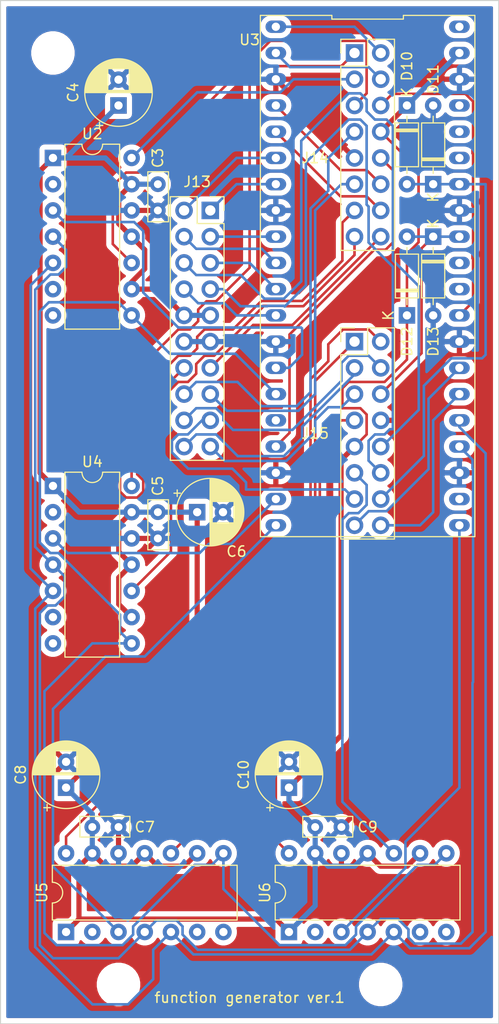
<source format=kicad_pcb>
(kicad_pcb (version 20171130) (host pcbnew "(5.1.8-0-10_14)")
  (layers (0 F.Cu signal) (31 B.Cu signal) (34 B.Paste user) (35 F.Paste user) (36 B.SilkS user) (37 F.SilkS user) (38 B.Mask user) (39 F.Mask user) (44 Edge.Cuts user))
  (net 0 "")
  (net 1 +3V3)
  (net 2 "/RPi and DACs/cv2")
  (net 3 GND)
  (net 4 "/RPi and DACs/cv1")
  (net 5 "/RPi and DACs/display_scl")
  (net 6 "/RPi and DACs/display_sda")
  (net 7 "/RPi and DACs/RE2")
  (net 8 "/RPi and DACs/RE1")
  (net 9 "/RPi and DACs/button")
  (net 10 "/RPi and DACs/cv_1_in")
  (net 11 "/RPi and DACs/cv_2_in")
  (net 12 "/RPi and DACs/clock")
  (net 13 "/RPi and DACs/out_4")
  (net 14 "/RPi and DACs/out_1")
  (net 15 "/RPi and DACs/out_3")
  (net 16 "/RPi and DACs/out_2")
  (net 17 "/RPi and DACs/out_8")
  (net 18 "/RPi and DACs/out_5")
  (net 19 "/RPi and DACs/out_7")
  (net 20 "/RPi and DACs/out_6")
  (net 21 "/RPi and DACs/polarity_1")
  (net 22 "/RPi and DACs/dac_1_a")
  (net 23 "/RPi and DACs/dac_1_b")
  (net 24 "/RPi and DACs/dac_2_b")
  (net 25 "/RPi and DACs/polarity_2")
  (net 26 "/RPi and DACs/polarity_4")
  (net 27 "/RPi and DACs/dac_2_a")
  (net 28 "/RPi and DACs/polarity_3")
  (net 29 "/RPi and DACs/dac_3_a")
  (net 30 "/RPi and DACs/polarity_5")
  (net 31 "/RPi and DACs/dac_3_b")
  (net 32 "/RPi and DACs/polarity_6")
  (net 33 "/RPi and DACs/dac_4_a")
  (net 34 "/RPi and DACs/polarity_8")
  (net 35 "/RPi and DACs/polarity_7")
  (net 36 "/RPi and DACs/dac_4_b")
  (net 37 "/RPi and DACs/latch")
  (net 38 "Net-(U2-Pad2)")
  (net 39 "/RPi and DACs/da_cs_1")
  (net 40 "/RPi and DACs/spi_ck")
  (net 41 "/RPi and DACs/spi_mosi")
  (net 42 "Net-(U2-Pad6)")
  (net 43 "Net-(U2-Pad7)")
  (net 44 "Net-(U3-Pad40)")
  (net 45 "Net-(U3-Pad37)")
  (net 46 "Net-(U3-Pad36)")
  (net 47 "Net-(U3-Pad35)")
  (net 48 "Net-(U3-Pad31)")
  (net 49 "Net-(U3-Pad30)")
  (net 50 "/RPi and DACs/da_cs_2")
  (net 51 "/RPi and DACs/da_cs_3")
  (net 52 "/RPi and DACs/da_cs_4")
  (net 53 "Net-(U4-Pad7)")
  (net 54 "Net-(U4-Pad6)")
  (net 55 "Net-(U4-Pad2)")
  (net 56 "Net-(U5-Pad2)")
  (net 57 "Net-(U5-Pad6)")
  (net 58 "Net-(U5-Pad7)")
  (net 59 "Net-(U6-Pad7)")
  (net 60 "Net-(U6-Pad6)")
  (net 61 "Net-(U6-Pad2)")
  (net 62 "Net-(U3-Pad16)")
  (net 63 "Net-(U3-Pad22)")
  (module Package_DIP:DIP-14_W7.62mm (layer F.Cu) (at 82.55 140.97 90)
    (fp_text reference U5 (at 3.81 -2.33 90) (layer F.SilkS))
    (fp_text value MCP4922)
    (pad 1 thru_hole rect (at 0 0 90) (size 1.6 1.6) (drill 0.8) (layers *.Cu *.Mask) (net 1 +3V3))
    (pad 8 thru_hole oval (at 7.62 15.24 90) (size 1.6 1.6) (drill 0.8) (layers *.Cu *.Mask) (net 37 "/RPi and DACs/latch"))
    (pad 2 thru_hole oval (at 0 2.54 90) (size 1.6 1.6) (drill 0.8) (layers *.Cu *.Mask) (net 56 "Net-(U5-Pad2)"))
    (pad 9 thru_hole oval (at 7.62 12.7 90) (size 1.6 1.6) (drill 0.8) (layers *.Cu *.Mask) (net 1 +3V3))
    (pad 3 thru_hole oval (at 0 5.08 90) (size 1.6 1.6) (drill 0.8) (layers *.Cu *.Mask) (net 51 "/RPi and DACs/da_cs_3"))
    (pad 10 thru_hole oval (at 7.62 10.16 90) (size 1.6 1.6) (drill 0.8) (layers *.Cu *.Mask) (net 31 "/RPi and DACs/dac_3_b"))
    (pad 4 thru_hole oval (at 0 7.62 90) (size 1.6 1.6) (drill 0.8) (layers *.Cu *.Mask) (net 40 "/RPi and DACs/spi_ck"))
    (pad 11 thru_hole oval (at 7.62 7.62 90) (size 1.6 1.6) (drill 0.8) (layers *.Cu *.Mask) (net 1 +3V3))
    (pad 5 thru_hole oval (at 0 10.16 90) (size 1.6 1.6) (drill 0.8) (layers *.Cu *.Mask) (net 41 "/RPi and DACs/spi_mosi"))
    (pad 12 thru_hole oval (at 7.62 5.08 90) (size 1.6 1.6) (drill 0.8) (layers *.Cu *.Mask) (net 3 GND))
    (pad 6 thru_hole oval (at 0 12.7 90) (size 1.6 1.6) (drill 0.8) (layers *.Cu *.Mask) (net 57 "Net-(U5-Pad6)"))
    (pad 13 thru_hole oval (at 7.62 2.54 90) (size 1.6 1.6) (drill 0.8) (layers *.Cu *.Mask) (net 1 +3V3))
    (pad 7 thru_hole oval (at 0 15.24 90) (size 1.6 1.6) (drill 0.8) (layers *.Cu *.Mask) (net 58 "Net-(U5-Pad7)"))
    (pad 14 thru_hole oval (at 7.62 0 90) (size 1.6 1.6) (drill 0.8) (layers *.Cu *.Mask) (net 29 "/RPi and DACs/dac_3_a"))
  )
  (module MountingHole:MountingHole_3.2mm_M3 (layer F.Cu) (at 113.03 146.05)
    (fp_text reference REF** hide)
    (fp_text value MountingHole_3.2mm_M3 hide)
    (pad 1 np_thru_hole circle (at 0 0) (size 3.2 3.2) (drill 3.2) (layers *.Cu *.Mask))
  )
  (module MountingHole:MountingHole_3.2mm_M3 (layer F.Cu) (at 87.63 146.05)
    (fp_text reference REF** hide)
    (fp_text value MountingHole_3.2mm_M3 hide)
    (pad 1 np_thru_hole circle (at 0 0) (size 3.2 3.2) (drill 3.2) (layers *.Cu *.Mask))
  )
  (module MountingHole:MountingHole_3.2mm_M3 (layer F.Cu) (at 81.28 55.88)
    (fp_text reference REF** hide)
    (fp_text value MountingHole_3.2mm_M3 hide)
    (pad 1 np_thru_hole circle (at 0 0) (size 3.2 3.2) (drill 3.2) (layers *.Cu *.Mask))
  )
  (module Connector_PinSocket_2.54mm:PinSocket_2x10_P2.54mm_Vertical (layer F.Cu) (at 96.52 71.12)
    (fp_text reference J13 (at -1.27 -2.77) (layer F.SilkS))
    (fp_text value interface_to_mid)
    (pad 1 thru_hole rect (at 0 0) (size 1.7 1.7) (drill 1) (layers *.Cu *.Mask) (net 5 "/RPi and DACs/display_scl"))
    (pad 2 thru_hole oval (at -2.54 0) (size 1.7 1.7) (drill 1) (layers *.Cu *.Mask) (net 6 "/RPi and DACs/display_sda"))
    (pad 3 thru_hole oval (at 0 2.54) (size 1.7 1.7) (drill 1) (layers *.Cu *.Mask) (net 7 "/RPi and DACs/RE2"))
    (pad 4 thru_hole oval (at -2.54 2.54) (size 1.7 1.7) (drill 1) (layers *.Cu *.Mask) (net 8 "/RPi and DACs/RE1"))
    (pad 5 thru_hole oval (at 0 5.08) (size 1.7 1.7) (drill 1) (layers *.Cu *.Mask) (net 9 "/RPi and DACs/button"))
    (pad 6 thru_hole oval (at -2.54 5.08) (size 1.7 1.7) (drill 1) (layers *.Cu *.Mask) (net 10 "/RPi and DACs/cv_1_in"))
    (pad 7 thru_hole oval (at 0 7.62) (size 1.7 1.7) (drill 1) (layers *.Cu *.Mask) (net 11 "/RPi and DACs/cv_2_in"))
    (pad 8 thru_hole oval (at -2.54 7.62) (size 1.7 1.7) (drill 1) (layers *.Cu *.Mask) (net 12 "/RPi and DACs/clock"))
    (pad 9 thru_hole oval (at 0 10.16) (size 1.7 1.7) (drill 1) (layers *.Cu *.Mask) (net 1 +3V3))
    (pad 10 thru_hole oval (at -2.54 10.16) (size 1.7 1.7) (drill 1) (layers *.Cu *.Mask) (net 1 +3V3))
    (pad 11 thru_hole oval (at 0 12.7) (size 1.7 1.7) (drill 1) (layers *.Cu *.Mask) (net 3 GND))
    (pad 12 thru_hole oval (at -2.54 12.7) (size 1.7 1.7) (drill 1) (layers *.Cu *.Mask) (net 3 GND))
    (pad 13 thru_hole oval (at 0 15.24) (size 1.7 1.7) (drill 1) (layers *.Cu *.Mask) (net 13 "/RPi and DACs/out_4"))
    (pad 14 thru_hole oval (at -2.54 15.24) (size 1.7 1.7) (drill 1) (layers *.Cu *.Mask) (net 14 "/RPi and DACs/out_1"))
    (pad 15 thru_hole oval (at 0 17.78) (size 1.7 1.7) (drill 1) (layers *.Cu *.Mask) (net 15 "/RPi and DACs/out_3"))
    (pad 16 thru_hole oval (at -2.54 17.78) (size 1.7 1.7) (drill 1) (layers *.Cu *.Mask) (net 16 "/RPi and DACs/out_2"))
    (pad 17 thru_hole oval (at 0 20.32) (size 1.7 1.7) (drill 1) (layers *.Cu *.Mask) (net 17 "/RPi and DACs/out_8"))
    (pad 18 thru_hole oval (at -2.54 20.32) (size 1.7 1.7) (drill 1) (layers *.Cu *.Mask) (net 18 "/RPi and DACs/out_5"))
    (pad 19 thru_hole oval (at 0 22.86) (size 1.7 1.7) (drill 1) (layers *.Cu *.Mask) (net 19 "/RPi and DACs/out_7"))
    (pad 20 thru_hole oval (at -2.54 22.86) (size 1.7 1.7) (drill 1) (layers *.Cu *.Mask) (net 20 "/RPi and DACs/out_6"))
  )
  (module Attenuverter:C_Axial_L4.8mm_D2.0mm_P2.54mm_Horizontal (layer F.Cu) (at 91.44 68.58 270)
    (fp_text reference C3 (at -2.54 0 90) (layer F.SilkS))
    (fp_text value 0.1u)
    (pad 1 thru_hole circle (at 0 0 270) (size 1.524 1.524) (drill 0.762) (layers *.Cu *.Mask) (net 1 +3V3))
    (pad 2 thru_hole circle (at 2.54 0 270) (size 1.524 1.524) (drill 0.762) (layers *.Cu *.Mask) (net 3 GND))
  )
  (module Capacitor_THT:CP_Radial_D6.3mm_P2.50mm (layer F.Cu) (at 87.63 60.96 90)
    (fp_text reference C4 (at 1.25 -4.4 90) (layer F.SilkS))
    (fp_text value 10u)
    (pad 1 thru_hole rect (at 0 0 90) (size 1.6 1.6) (drill 0.8) (layers *.Cu *.Mask) (net 1 +3V3))
    (pad 2 thru_hole circle (at 2.5 0 90) (size 1.6 1.6) (drill 0.8) (layers *.Cu *.Mask) (net 3 GND))
  )
  (module Attenuverter:C_Axial_L4.8mm_D2.0mm_P2.54mm_Horizontal (layer F.Cu) (at 91.44 100.33 270)
    (fp_text reference C5 (at -2.54 0 90) (layer F.SilkS))
    (fp_text value 0.1u)
    (pad 2 thru_hole circle (at 2.54 0 270) (size 1.524 1.524) (drill 0.762) (layers *.Cu *.Mask) (net 3 GND))
    (pad 1 thru_hole circle (at 0 0 270) (size 1.524 1.524) (drill 0.762) (layers *.Cu *.Mask) (net 1 +3V3))
  )
  (module Capacitor_THT:CP_Radial_D6.3mm_P2.50mm (layer F.Cu) (at 95.25 100.33)
    (fp_text reference C6 (at 3.81 3.81) (layer F.SilkS))
    (fp_text value 10u)
    (pad 2 thru_hole circle (at 2.5 0) (size 1.6 1.6) (drill 0.8) (layers *.Cu *.Mask) (net 3 GND))
    (pad 1 thru_hole rect (at 0 0) (size 1.6 1.6) (drill 0.8) (layers *.Cu *.Mask) (net 1 +3V3))
  )
  (module Attenuverter:C_Axial_L4.8mm_D2.0mm_P2.54mm_Horizontal (layer F.Cu) (at 85.09 130.81)
    (fp_text reference C7 (at 5.08 0) (layer F.SilkS))
    (fp_text value 0.1u)
    (pad 1 thru_hole circle (at 0 0) (size 1.524 1.524) (drill 0.762) (layers *.Cu *.Mask) (net 1 +3V3))
    (pad 2 thru_hole circle (at 2.54 0) (size 1.524 1.524) (drill 0.762) (layers *.Cu *.Mask) (net 3 GND))
  )
  (module Capacitor_THT:CP_Radial_D6.3mm_P2.50mm (layer F.Cu) (at 82.55 127 90)
    (fp_text reference C8 (at 1.25 -4.4 90) (layer F.SilkS))
    (fp_text value 10u)
    (pad 1 thru_hole rect (at 0 0 90) (size 1.6 1.6) (drill 0.8) (layers *.Cu *.Mask) (net 1 +3V3))
    (pad 2 thru_hole circle (at 2.5 0 90) (size 1.6 1.6) (drill 0.8) (layers *.Cu *.Mask) (net 3 GND))
  )
  (module Attenuverter:C_Axial_L4.8mm_D2.0mm_P2.54mm_Horizontal (layer F.Cu) (at 106.68 130.81)
    (fp_text reference C9 (at 5.08 0) (layer F.SilkS))
    (fp_text value 0.1u)
    (pad 2 thru_hole circle (at 2.54 0) (size 1.524 1.524) (drill 0.762) (layers *.Cu *.Mask) (net 3 GND))
    (pad 1 thru_hole circle (at 0 0) (size 1.524 1.524) (drill 0.762) (layers *.Cu *.Mask) (net 1 +3V3))
  )
  (module Capacitor_THT:CP_Radial_D6.3mm_P2.50mm (layer F.Cu) (at 104.14 127 90)
    (fp_text reference C10 (at 1.25 -4.4 90) (layer F.SilkS))
    (fp_text value 10u)
    (pad 2 thru_hole circle (at 2.5 0 90) (size 1.6 1.6) (drill 0.8) (layers *.Cu *.Mask) (net 3 GND))
    (pad 1 thru_hole rect (at 0 0 90) (size 1.6 1.6) (drill 0.8) (layers *.Cu *.Mask) (net 1 +3V3))
  )
  (module Package_DIP:DIP-14_W7.62mm (layer F.Cu) (at 81.28 66.04)
    (fp_text reference U2 (at 3.81 -2.33) (layer F.SilkS))
    (fp_text value MCP4922)
    (pad 1 thru_hole rect (at 0 0) (size 1.6 1.6) (drill 0.8) (layers *.Cu *.Mask) (net 1 +3V3))
    (pad 8 thru_hole oval (at 7.62 15.24) (size 1.6 1.6) (drill 0.8) (layers *.Cu *.Mask) (net 37 "/RPi and DACs/latch"))
    (pad 2 thru_hole oval (at 0 2.54) (size 1.6 1.6) (drill 0.8) (layers *.Cu *.Mask) (net 38 "Net-(U2-Pad2)"))
    (pad 9 thru_hole oval (at 7.62 12.7) (size 1.6 1.6) (drill 0.8) (layers *.Cu *.Mask) (net 1 +3V3))
    (pad 3 thru_hole oval (at 0 5.08) (size 1.6 1.6) (drill 0.8) (layers *.Cu *.Mask) (net 39 "/RPi and DACs/da_cs_1"))
    (pad 10 thru_hole oval (at 7.62 10.16) (size 1.6 1.6) (drill 0.8) (layers *.Cu *.Mask) (net 23 "/RPi and DACs/dac_1_b"))
    (pad 4 thru_hole oval (at 0 7.62) (size 1.6 1.6) (drill 0.8) (layers *.Cu *.Mask) (net 40 "/RPi and DACs/spi_ck"))
    (pad 11 thru_hole oval (at 7.62 7.62) (size 1.6 1.6) (drill 0.8) (layers *.Cu *.Mask) (net 1 +3V3))
    (pad 5 thru_hole oval (at 0 10.16) (size 1.6 1.6) (drill 0.8) (layers *.Cu *.Mask) (net 41 "/RPi and DACs/spi_mosi"))
    (pad 12 thru_hole oval (at 7.62 5.08) (size 1.6 1.6) (drill 0.8) (layers *.Cu *.Mask) (net 3 GND))
    (pad 6 thru_hole oval (at 0 12.7) (size 1.6 1.6) (drill 0.8) (layers *.Cu *.Mask) (net 42 "Net-(U2-Pad6)"))
    (pad 13 thru_hole oval (at 7.62 2.54) (size 1.6 1.6) (drill 0.8) (layers *.Cu *.Mask) (net 1 +3V3))
    (pad 7 thru_hole oval (at 0 15.24) (size 1.6 1.6) (drill 0.8) (layers *.Cu *.Mask) (net 43 "Net-(U2-Pad7)"))
    (pad 14 thru_hole oval (at 7.62 0) (size 1.6 1.6) (drill 0.8) (layers *.Cu *.Mask) (net 22 "/RPi and DACs/dac_1_a"))
  )
  (module Attenuverter:Raspberry_Pi_pico_topside_up (layer F.Cu) (at 111.76 77.47 270)
    (fp_text reference U3 (at -22.86 11.43) (layer F.SilkS))
    (fp_text value RaspberryPi_Pico)
    (pad 40 thru_hole oval (at -24.13 -8.89 270) (size 1.2 2) (drill 0.8) (layers *.Cu *.Mask) (net 44 "Net-(U3-Pad40)"))
    (pad 1 thru_hole oval (at -24.13 8.89 270) (size 1.2 2) (drill 0.8) (layers *.Cu *.Mask) (net 21 "/RPi and DACs/polarity_1"))
    (pad 39 thru_hole oval (at -21.59 -8.89 270) (size 1.2 2) (drill 0.8) (layers *.Cu *.Mask) (net 1 +3V3))
    (pad 2 thru_hole oval (at -21.59 8.89 270) (size 1.2 2) (drill 0.8) (layers *.Cu *.Mask) (net 25 "/RPi and DACs/polarity_2"))
    (pad 38 thru_hole oval (at -19.05 -8.89 270) (size 1.2 2) (drill 0.8) (layers *.Cu *.Mask) (net 3 GND))
    (pad 3 thru_hole oval (at -19.05 8.89 270) (size 1.2 2) (drill 0.8) (layers *.Cu *.Mask) (net 3 GND))
    (pad 37 thru_hole oval (at -16.51 -8.89 270) (size 1.2 2) (drill 0.8) (layers *.Cu *.Mask) (net 45 "Net-(U3-Pad37)"))
    (pad 4 thru_hole oval (at -16.51 8.89 270) (size 1.2 2) (drill 0.8) (layers *.Cu *.Mask) (net 28 "/RPi and DACs/polarity_3"))
    (pad 36 thru_hole oval (at -13.97 -8.89 270) (size 1.2 2) (drill 0.8) (layers *.Cu *.Mask) (net 46 "Net-(U3-Pad36)"))
    (pad 5 thru_hole oval (at -13.97 8.89 270) (size 1.2 2) (drill 0.8) (layers *.Cu *.Mask) (net 26 "/RPi and DACs/polarity_4"))
    (pad 35 thru_hole oval (at -11.43 -8.89 270) (size 1.2 2) (drill 0.8) (layers *.Cu *.Mask) (net 47 "Net-(U3-Pad35)"))
    (pad 6 thru_hole oval (at -11.43 8.89 270) (size 1.2 2) (drill 0.8) (layers *.Cu *.Mask) (net 6 "/RPi and DACs/display_sda"))
    (pad 34 thru_hole oval (at -8.89 -8.89 270) (size 1.2 2) (drill 0.8) (layers *.Cu *.Mask) (net 2 "/RPi and DACs/cv2"))
    (pad 7 thru_hole oval (at -8.89 8.89 270) (size 1.2 2) (drill 0.8) (layers *.Cu *.Mask) (net 5 "/RPi and DACs/display_scl"))
    (pad 33 thru_hole oval (at -6.35 -8.89 270) (size 1.2 2) (drill 0.8) (layers *.Cu *.Mask) (net 3 GND))
    (pad 8 thru_hole oval (at -6.35 8.89 270) (size 1.2 2) (drill 0.8) (layers *.Cu *.Mask) (net 3 GND))
    (pad 32 thru_hole oval (at -3.81 -8.89 270) (size 1.2 2) (drill 0.8) (layers *.Cu *.Mask) (net 4 "/RPi and DACs/cv1"))
    (pad 9 thru_hole oval (at -3.81 8.89 270) (size 1.2 2) (drill 0.8) (layers *.Cu *.Mask) (net 7 "/RPi and DACs/RE2"))
    (pad 31 thru_hole oval (at -1.27 -8.89 270) (size 1.2 2) (drill 0.8) (layers *.Cu *.Mask) (net 48 "Net-(U3-Pad31)"))
    (pad 10 thru_hole oval (at -1.27 8.89 270) (size 1.2 2) (drill 0.8) (layers *.Cu *.Mask) (net 8 "/RPi and DACs/RE1"))
    (pad 30 thru_hole oval (at 1.27 -8.89 270) (size 1.2 2) (drill 0.8) (layers *.Cu *.Mask) (net 49 "Net-(U3-Pad30)"))
    (pad 11 thru_hole oval (at 1.27 8.89 270) (size 1.2 2) (drill 0.8) (layers *.Cu *.Mask) (net 9 "/RPi and DACs/button"))
    (pad 29 thru_hole oval (at 3.81 -8.89 270) (size 1.2 2) (drill 0.8) (layers *.Cu *.Mask) (net 30 "/RPi and DACs/polarity_5"))
    (pad 12 thru_hole oval (at 3.81 8.89 270) (size 1.2 2) (drill 0.8) (layers *.Cu *.Mask) (net 12 "/RPi and DACs/clock"))
    (pad 28 thru_hole oval (at 6.35 -8.89 270) (size 1.2 2) (drill 0.8) (layers *.Cu *.Mask) (net 3 GND))
    (pad 13 thru_hole oval (at 6.35 8.89 270) (size 1.2 2) (drill 0.8) (layers *.Cu *.Mask) (net 3 GND))
    (pad 27 thru_hole oval (at 8.89 -8.89 270) (size 1.2 2) (drill 0.8) (layers *.Cu *.Mask) (net 34 "/RPi and DACs/polarity_8"))
    (pad 14 thru_hole oval (at 8.89 8.89 270) (size 1.2 2) (drill 0.8) (layers *.Cu *.Mask) (net 39 "/RPi and DACs/da_cs_1"))
    (pad 26 thru_hole oval (at 11.43 -8.89 270) (size 1.2 2) (drill 0.8) (layers *.Cu *.Mask) (net 35 "/RPi and DACs/polarity_7"))
    (pad 15 thru_hole oval (at 11.43 8.89 270) (size 1.2 2) (drill 0.8) (layers *.Cu *.Mask) (net 37 "/RPi and DACs/latch"))
    (pad 25 thru_hole oval (at 13.97 -8.89 270) (size 1.2 2) (drill 0.8) (layers *.Cu *.Mask) (net 41 "/RPi and DACs/spi_mosi"))
    (pad 16 thru_hole oval (at 13.97 8.89 270) (size 1.2 2) (drill 0.8) (layers *.Cu *.Mask) (net 62 "Net-(U3-Pad16)"))
    (pad 24 thru_hole oval (at 16.51 -8.89 270) (size 1.2 2) (drill 0.8) (layers *.Cu *.Mask) (net 40 "/RPi and DACs/spi_ck"))
    (pad 17 thru_hole oval (at 16.51 8.89 270) (size 1.2 2) (drill 0.8) (layers *.Cu *.Mask) (net 32 "/RPi and DACs/polarity_6"))
    (pad 23 thru_hole oval (at 19.05 -8.89 270) (size 1.2 2) (drill 0.8) (layers *.Cu *.Mask) (net 3 GND))
    (pad 18 thru_hole oval (at 19.05 8.89 270) (size 1.2 2) (drill 0.8) (layers *.Cu *.Mask) (net 3 GND))
    (pad 22 thru_hole oval (at 21.59 -8.89 270) (size 1.2 2) (drill 0.8) (layers *.Cu *.Mask) (net 63 "Net-(U3-Pad22)"))
    (pad 19 thru_hole oval (at 21.59 8.89 270) (size 1.2 2) (drill 0.8) (layers *.Cu *.Mask) (net 50 "/RPi and DACs/da_cs_2"))
    (pad 21 thru_hole oval (at 24.13 -8.89 270) (size 1.2 2) (drill 0.8) (layers *.Cu *.Mask) (net 52 "/RPi and DACs/da_cs_4"))
    (pad 20 thru_hole oval (at 24.13 8.89 270) (size 1.2 2) (drill 0.8) (layers *.Cu *.Mask) (net 51 "/RPi and DACs/da_cs_3"))
  )
  (module Package_DIP:DIP-14_W7.62mm (layer F.Cu) (at 81.28 97.79)
    (fp_text reference U4 (at 3.81 -2.33) (layer F.SilkS))
    (fp_text value MCP4922)
    (pad 14 thru_hole oval (at 7.62 0) (size 1.6 1.6) (drill 0.8) (layers *.Cu *.Mask) (net 27 "/RPi and DACs/dac_2_a"))
    (pad 7 thru_hole oval (at 0 15.24) (size 1.6 1.6) (drill 0.8) (layers *.Cu *.Mask) (net 53 "Net-(U4-Pad7)"))
    (pad 13 thru_hole oval (at 7.62 2.54) (size 1.6 1.6) (drill 0.8) (layers *.Cu *.Mask) (net 1 +3V3))
    (pad 6 thru_hole oval (at 0 12.7) (size 1.6 1.6) (drill 0.8) (layers *.Cu *.Mask) (net 54 "Net-(U4-Pad6)"))
    (pad 12 thru_hole oval (at 7.62 5.08) (size 1.6 1.6) (drill 0.8) (layers *.Cu *.Mask) (net 3 GND))
    (pad 5 thru_hole oval (at 0 10.16) (size 1.6 1.6) (drill 0.8) (layers *.Cu *.Mask) (net 41 "/RPi and DACs/spi_mosi"))
    (pad 11 thru_hole oval (at 7.62 7.62) (size 1.6 1.6) (drill 0.8) (layers *.Cu *.Mask) (net 1 +3V3))
    (pad 4 thru_hole oval (at 0 7.62) (size 1.6 1.6) (drill 0.8) (layers *.Cu *.Mask) (net 40 "/RPi and DACs/spi_ck"))
    (pad 10 thru_hole oval (at 7.62 10.16) (size 1.6 1.6) (drill 0.8) (layers *.Cu *.Mask) (net 24 "/RPi and DACs/dac_2_b"))
    (pad 3 thru_hole oval (at 0 5.08) (size 1.6 1.6) (drill 0.8) (layers *.Cu *.Mask) (net 50 "/RPi and DACs/da_cs_2"))
    (pad 9 thru_hole oval (at 7.62 12.7) (size 1.6 1.6) (drill 0.8) (layers *.Cu *.Mask) (net 1 +3V3))
    (pad 2 thru_hole oval (at 0 2.54) (size 1.6 1.6) (drill 0.8) (layers *.Cu *.Mask) (net 55 "Net-(U4-Pad2)"))
    (pad 8 thru_hole oval (at 7.62 15.24) (size 1.6 1.6) (drill 0.8) (layers *.Cu *.Mask) (net 37 "/RPi and DACs/latch"))
    (pad 1 thru_hole rect (at 0 0) (size 1.6 1.6) (drill 0.8) (layers *.Cu *.Mask) (net 1 +3V3))
  )
  (module Package_DIP:DIP-14_W7.62mm (layer F.Cu) (at 104.14 140.97 90)
    (fp_text reference U6 (at 3.81 -2.33 90) (layer F.SilkS))
    (fp_text value MCP4922)
    (pad 14 thru_hole oval (at 7.62 0 90) (size 1.6 1.6) (drill 0.8) (layers *.Cu *.Mask) (net 33 "/RPi and DACs/dac_4_a"))
    (pad 7 thru_hole oval (at 0 15.24 90) (size 1.6 1.6) (drill 0.8) (layers *.Cu *.Mask) (net 59 "Net-(U6-Pad7)"))
    (pad 13 thru_hole oval (at 7.62 2.54 90) (size 1.6 1.6) (drill 0.8) (layers *.Cu *.Mask) (net 1 +3V3))
    (pad 6 thru_hole oval (at 0 12.7 90) (size 1.6 1.6) (drill 0.8) (layers *.Cu *.Mask) (net 60 "Net-(U6-Pad6)"))
    (pad 12 thru_hole oval (at 7.62 5.08 90) (size 1.6 1.6) (drill 0.8) (layers *.Cu *.Mask) (net 3 GND))
    (pad 5 thru_hole oval (at 0 10.16 90) (size 1.6 1.6) (drill 0.8) (layers *.Cu *.Mask) (net 41 "/RPi and DACs/spi_mosi"))
    (pad 11 thru_hole oval (at 7.62 7.62 90) (size 1.6 1.6) (drill 0.8) (layers *.Cu *.Mask) (net 1 +3V3))
    (pad 4 thru_hole oval (at 0 7.62 90) (size 1.6 1.6) (drill 0.8) (layers *.Cu *.Mask) (net 40 "/RPi and DACs/spi_ck"))
    (pad 10 thru_hole oval (at 7.62 10.16 90) (size 1.6 1.6) (drill 0.8) (layers *.Cu *.Mask) (net 36 "/RPi and DACs/dac_4_b"))
    (pad 3 thru_hole oval (at 0 5.08 90) (size 1.6 1.6) (drill 0.8) (layers *.Cu *.Mask) (net 52 "/RPi and DACs/da_cs_4"))
    (pad 9 thru_hole oval (at 7.62 12.7 90) (size 1.6 1.6) (drill 0.8) (layers *.Cu *.Mask) (net 1 +3V3))
    (pad 2 thru_hole oval (at 0 2.54 90) (size 1.6 1.6) (drill 0.8) (layers *.Cu *.Mask) (net 61 "Net-(U6-Pad2)"))
    (pad 8 thru_hole oval (at 7.62 15.24 90) (size 1.6 1.6) (drill 0.8) (layers *.Cu *.Mask) (net 37 "/RPi and DACs/latch"))
    (pad 1 thru_hole rect (at 0 0 90) (size 1.6 1.6) (drill 0.8) (layers *.Cu *.Mask) (net 1 +3V3))
  )
  (module Diode_THT:D_DO-35_SOD27_P7.62mm_Horizontal (layer F.Cu) (at 115.57 60.96 270)
    (fp_text reference D10 (at -3.81 0 90) (layer F.SilkS))
    (fp_text value 1N4148)
    (fp_text user K (at -1.27 0 90) (layer F.SilkS))
    (pad 1 thru_hole rect (at 0 0 270) (size 1.6 1.6) (drill 0.8) (layers *.Cu *.Mask) (net 1 +3V3))
    (pad 2 thru_hole oval (at 7.62 0 270) (size 1.6 1.6) (drill 0.8) (layers *.Cu *.Mask) (net 2 "/RPi and DACs/cv2"))
  )
  (module Diode_THT:D_DO-35_SOD27_P7.62mm_Horizontal (layer F.Cu) (at 118.11 68.58 90)
    (fp_text reference D11 (at 10.16 0 90) (layer F.SilkS))
    (fp_text value 1N4148)
    (fp_text user K (at -1.27 0 90) (layer F.SilkS))
    (pad 2 thru_hole oval (at 7.62 0 90) (size 1.6 1.6) (drill 0.8) (layers *.Cu *.Mask) (net 3 GND))
    (pad 1 thru_hole rect (at 0 0 90) (size 1.6 1.6) (drill 0.8) (layers *.Cu *.Mask) (net 2 "/RPi and DACs/cv2"))
  )
  (module Diode_THT:D_DO-35_SOD27_P7.62mm_Horizontal (layer F.Cu) (at 115.57 81.28 90)
    (fp_text reference D12 (at -2.54 0 90) (layer F.SilkS))
    (fp_text value 1N4148)
    (fp_text user K (at 0 -1.8 90) (layer F.SilkS))
    (pad 1 thru_hole rect (at 0 0 90) (size 1.6 1.6) (drill 0.8) (layers *.Cu *.Mask) (net 1 +3V3))
    (pad 2 thru_hole oval (at 7.62 0 90) (size 1.6 1.6) (drill 0.8) (layers *.Cu *.Mask) (net 4 "/RPi and DACs/cv1"))
  )
  (module Diode_THT:D_DO-35_SOD27_P7.62mm_Horizontal (layer F.Cu) (at 118.11 73.66 270)
    (fp_text reference D13 (at 10.16 0 90) (layer F.SilkS))
    (fp_text value 1N4148)
    (fp_text user K (at -1.27 0 90) (layer F.SilkS))
    (pad 2 thru_hole oval (at 7.62 0 270) (size 1.6 1.6) (drill 0.8) (layers *.Cu *.Mask) (net 3 GND))
    (pad 1 thru_hole rect (at 0 0 270) (size 1.6 1.6) (drill 0.8) (layers *.Cu *.Mask) (net 4 "/RPi and DACs/cv1"))
  )
  (module Connector_PinHeader_2.54mm:PinHeader_2x08_P2.54mm_Vertical (layer F.Cu) (at 110.49 55.88)
    (fp_text reference J14 (at -3.81 10.16) (layer F.SilkS))
    (fp_text value mid_to_back_1)
    (pad 1 thru_hole rect (at 0 0) (size 1.7 1.7) (drill 1) (layers *.Cu *.Mask) (net 14 "/RPi and DACs/out_1"))
    (pad 2 thru_hole oval (at 2.54 0) (size 1.7 1.7) (drill 1) (layers *.Cu *.Mask) (net 21 "/RPi and DACs/polarity_1"))
    (pad 3 thru_hole oval (at 0 2.54) (size 1.7 1.7) (drill 1) (layers *.Cu *.Mask) (net 22 "/RPi and DACs/dac_1_a"))
    (pad 4 thru_hole oval (at 2.54 2.54) (size 1.7 1.7) (drill 1) (layers *.Cu *.Mask) (net 25 "/RPi and DACs/polarity_2"))
    (pad 5 thru_hole oval (at 0 5.08) (size 1.7 1.7) (drill 1) (layers *.Cu *.Mask) (net 23 "/RPi and DACs/dac_1_b"))
    (pad 6 thru_hole oval (at 2.54 5.08) (size 1.7 1.7) (drill 1) (layers *.Cu *.Mask) (net 30 "/RPi and DACs/polarity_5"))
    (pad 7 thru_hole oval (at 0 7.62) (size 1.7 1.7) (drill 1) (layers *.Cu *.Mask) (net 16 "/RPi and DACs/out_2"))
    (pad 8 thru_hole oval (at 2.54 7.62) (size 1.7 1.7) (drill 1) (layers *.Cu *.Mask) (net 1 +3V3))
    (pad 9 thru_hole oval (at 0 10.16) (size 1.7 1.7) (drill 1) (layers *.Cu *.Mask) (net 3 GND))
    (pad 10 thru_hole oval (at 2.54 10.16) (size 1.7 1.7) (drill 1) (layers *.Cu *.Mask) (net 32 "/RPi and DACs/polarity_6"))
    (pad 11 thru_hole oval (at 0 12.7) (size 1.7 1.7) (drill 1) (layers *.Cu *.Mask) (net 15 "/RPi and DACs/out_3"))
    (pad 12 thru_hole oval (at 2.54 12.7) (size 1.7 1.7) (drill 1) (layers *.Cu *.Mask) (net 28 "/RPi and DACs/polarity_3"))
    (pad 13 thru_hole oval (at 0 15.24) (size 1.7 1.7) (drill 1) (layers *.Cu *.Mask) (net 27 "/RPi and DACs/dac_2_a"))
    (pad 14 thru_hole oval (at 2.54 15.24) (size 1.7 1.7) (drill 1) (layers *.Cu *.Mask) (net 26 "/RPi and DACs/polarity_4"))
    (pad 15 thru_hole oval (at 0 17.78) (size 1.7 1.7) (drill 1) (layers *.Cu *.Mask) (net 24 "/RPi and DACs/dac_2_b"))
    (pad 16 thru_hole oval (at 2.54 17.78) (size 1.7 1.7) (drill 1) (layers *.Cu *.Mask) (net 13 "/RPi and DACs/out_4"))
  )
  (module Connector_PinHeader_2.54mm:PinHeader_2x08_P2.54mm_Vertical (layer F.Cu) (at 110.49 83.82)
    (fp_text reference J15 (at -3.81 8.89) (layer F.SilkS))
    (fp_text value mid_to_back_2)
    (pad 16 thru_hole oval (at 2.54 17.78) (size 1.7 1.7) (drill 1) (layers *.Cu *.Mask) (net 35 "/RPi and DACs/polarity_7"))
    (pad 15 thru_hole oval (at 0 17.78) (size 1.7 1.7) (drill 1) (layers *.Cu *.Mask) (net 34 "/RPi and DACs/polarity_8"))
    (pad 14 thru_hole oval (at 2.54 15.24) (size 1.7 1.7) (drill 1) (layers *.Cu *.Mask) (net 2 "/RPi and DACs/cv2"))
    (pad 13 thru_hole oval (at 0 15.24) (size 1.7 1.7) (drill 1) (layers *.Cu *.Mask) (net 17 "/RPi and DACs/out_8"))
    (pad 12 thru_hole oval (at 2.54 12.7) (size 1.7 1.7) (drill 1) (layers *.Cu *.Mask) (net 11 "/RPi and DACs/cv_2_in"))
    (pad 11 thru_hole oval (at 0 12.7) (size 1.7 1.7) (drill 1) (layers *.Cu *.Mask) (net 36 "/RPi and DACs/dac_4_b"))
    (pad 10 thru_hole oval (at 2.54 10.16) (size 1.7 1.7) (drill 1) (layers *.Cu *.Mask) (net 10 "/RPi and DACs/cv_1_in"))
    (pad 9 thru_hole oval (at 0 10.16) (size 1.7 1.7) (drill 1) (layers *.Cu *.Mask) (net 1 +3V3))
    (pad 8 thru_hole oval (at 2.54 7.62) (size 1.7 1.7) (drill 1) (layers *.Cu *.Mask) (net 3 GND))
    (pad 7 thru_hole oval (at 0 7.62) (size 1.7 1.7) (drill 1) (layers *.Cu *.Mask) (net 33 "/RPi and DACs/dac_4_a"))
    (pad 6 thru_hole oval (at 2.54 5.08) (size 1.7 1.7) (drill 1) (layers *.Cu *.Mask) (net 4 "/RPi and DACs/cv1"))
    (pad 5 thru_hole oval (at 0 5.08) (size 1.7 1.7) (drill 1) (layers *.Cu *.Mask) (net 19 "/RPi and DACs/out_7"))
    (pad 4 thru_hole oval (at 2.54 2.54) (size 1.7 1.7) (drill 1) (layers *.Cu *.Mask) (net 18 "/RPi and DACs/out_5"))
    (pad 3 thru_hole oval (at 0 2.54) (size 1.7 1.7) (drill 1) (layers *.Cu *.Mask) (net 20 "/RPi and DACs/out_6"))
    (pad 2 thru_hole oval (at 2.54 0) (size 1.7 1.7) (drill 1) (layers *.Cu *.Mask) (net 29 "/RPi and DACs/dac_3_a"))
    (pad 1 thru_hole rect (at 0 0) (size 1.7 1.7) (drill 1) (layers *.Cu *.Mask) (net 31 "/RPi and DACs/dac_3_b"))
  )
  (gr_text "function generator ver.1" (at 100.33 147.32) (layer F.SilkS) (effects (font (size 1 1))))
  (gr_line (start 124.46 50.8) (end 76.2 50.8) (layer Edge.Cuts) (width 0.1))
  (gr_line (start 124.46 149.86) (end 124.46 50.8) (layer Edge.Cuts) (width 0.1))
  (gr_line (start 76.2 149.86) (end 124.46 149.86) (layer Edge.Cuts) (width 0.1))
  (gr_line (start 76.2 50.8) (end 76.2 149.86) (layer Edge.Cuts) (width 0.1))
  (segment (start 109.314999 88.335999) (end 109.314999 90.264999) (width 0.25) (layer F.Cu) (net 1))
  (segment (start 109.925999 87.724999) (end 109.314999 88.335999) (width 0.25) (layer F.Cu) (net 1))
  (segment (start 113.404003 87.724999) (end 109.925999 87.724999) (width 0.25) (layer F.Cu) (net 1))
  (segment (start 115.57 85.559002) (end 113.404003 87.724999) (width 0.25) (layer F.Cu) (net 1))
  (segment (start 115.57 81.28) (end 115.57 85.559002) (width 0.25) (layer F.Cu) (net 1))
  (segment (start 116.695001 74.200001) (end 115.57 75.325002) (width 0.25) (layer F.Cu) (net 1))
  (segment (start 116.695001 67.165001) (end 116.695001 74.200001) (width 0.25) (layer F.Cu) (net 1))
  (segment (start 115.57 75.325002) (end 115.57 81.28) (width 0.25) (layer F.Cu) (net 1))
  (segment (start 113.03 63.5) (end 116.695001 67.165001) (width 0.25) (layer F.Cu) (net 1))
  (segment (start 109.189999 121.950001) (end 104.14 127) (width 0.5) (layer F.Cu) (net 1))
  (segment (start 109.189999 95.280001) (end 109.189999 121.950001) (width 0.5) (layer F.Cu) (net 1))
  (segment (start 110.49 93.98) (end 109.189999 95.280001) (width 0.5) (layer F.Cu) (net 1))
  (segment (start 83.800001 139.719999) (end 82.55 140.97) (width 0.5) (layer F.Cu) (net 1))
  (segment (start 102.889999 139.719999) (end 83.800001 139.719999) (width 0.5) (layer F.Cu) (net 1))
  (segment (start 104.14 140.97) (end 102.889999 139.719999) (width 0.5) (layer F.Cu) (net 1))
  (segment (start 83.800001 134.639999) (end 85.09 133.35) (width 0.5) (layer F.Cu) (net 1))
  (segment (start 83.800001 139.719999) (end 83.800001 134.639999) (width 0.5) (layer F.Cu) (net 1))
  (segment (start 88.919999 134.600001) (end 90.17 133.35) (width 0.5) (layer F.Cu) (net 1))
  (segment (start 86.340001 134.600001) (end 88.919999 134.600001) (width 0.5) (layer F.Cu) (net 1))
  (segment (start 85.09 133.35) (end 86.340001 134.600001) (width 0.5) (layer F.Cu) (net 1))
  (segment (start 93.999999 134.600001) (end 95.25 133.35) (width 0.5) (layer F.Cu) (net 1))
  (segment (start 91.420001 134.600001) (end 93.999999 134.600001) (width 0.5) (layer F.Cu) (net 1))
  (segment (start 90.17 133.35) (end 91.420001 134.600001) (width 0.5) (layer F.Cu) (net 1))
  (segment (start 85.09 129.54) (end 82.55 127) (width 0.5) (layer B.Cu) (net 1))
  (segment (start 85.09 133.35) (end 85.09 129.54) (width 0.5) (layer B.Cu) (net 1))
  (segment (start 104.14 128.27) (end 106.68 130.81) (width 0.5) (layer B.Cu) (net 1))
  (segment (start 104.14 127) (end 104.14 128.27) (width 0.5) (layer B.Cu) (net 1))
  (segment (start 106.68 130.81) (end 106.68 133.35) (width 0.5) (layer B.Cu) (net 1))
  (segment (start 106.68 138.43) (end 104.14 140.97) (width 0.5) (layer B.Cu) (net 1))
  (segment (start 106.68 133.35) (end 106.68 138.43) (width 0.5) (layer B.Cu) (net 1))
  (segment (start 107.930001 134.600001) (end 110.509999 134.600001) (width 0.5) (layer B.Cu) (net 1))
  (segment (start 110.509999 134.600001) (end 111.76 133.35) (width 0.5) (layer B.Cu) (net 1))
  (segment (start 106.68 133.35) (end 107.930001 134.600001) (width 0.5) (layer B.Cu) (net 1))
  (segment (start 115.589999 134.600001) (end 116.84 133.35) (width 0.5) (layer F.Cu) (net 1))
  (segment (start 113.010001 134.600001) (end 115.589999 134.600001) (width 0.5) (layer F.Cu) (net 1))
  (segment (start 111.76 133.35) (end 113.010001 134.600001) (width 0.5) (layer F.Cu) (net 1))
  (segment (start 95.25 114.3) (end 95.25 100.33) (width 0.5) (layer F.Cu) (net 1))
  (segment (start 82.55 127) (end 95.25 114.3) (width 0.5) (layer F.Cu) (net 1))
  (segment (start 91.44 100.33) (end 88.9 100.33) (width 0.5) (layer B.Cu) (net 1))
  (segment (start 83.82 100.33) (end 81.28 97.79) (width 0.5) (layer B.Cu) (net 1))
  (segment (start 88.9 100.33) (end 83.82 100.33) (width 0.5) (layer B.Cu) (net 1))
  (segment (start 87.649999 104.159999) (end 88.9 105.41) (width 0.5) (layer F.Cu) (net 1))
  (segment (start 87.649999 101.580001) (end 87.649999 104.159999) (width 0.5) (layer F.Cu) (net 1))
  (segment (start 88.9 100.33) (end 87.649999 101.580001) (width 0.5) (layer F.Cu) (net 1))
  (segment (start 87.649999 109.239999) (end 88.9 110.49) (width 0.5) (layer F.Cu) (net 1))
  (segment (start 87.649999 106.660001) (end 87.649999 109.239999) (width 0.5) (layer F.Cu) (net 1))
  (segment (start 88.9 105.41) (end 87.649999 106.660001) (width 0.5) (layer F.Cu) (net 1))
  (segment (start 80.029999 96.539999) (end 81.28 97.79) (width 0.5) (layer F.Cu) (net 1))
  (segment (start 80.029999 67.290001) (end 80.029999 96.539999) (width 0.5) (layer F.Cu) (net 1))
  (segment (start 81.28 66.04) (end 80.029999 67.290001) (width 0.5) (layer F.Cu) (net 1))
  (segment (start 82.55 66.04) (end 87.63 60.96) (width 0.5) (layer B.Cu) (net 1))
  (segment (start 81.28 66.04) (end 82.55 66.04) (width 0.5) (layer B.Cu) (net 1))
  (segment (start 86.36 66.04) (end 88.9 68.58) (width 0.5) (layer B.Cu) (net 1))
  (segment (start 82.55 66.04) (end 86.36 66.04) (width 0.5) (layer B.Cu) (net 1))
  (segment (start 88.9 68.58) (end 91.44 68.58) (width 0.5) (layer B.Cu) (net 1))
  (segment (start 87.649999 72.409999) (end 88.9 73.66) (width 0.5) (layer F.Cu) (net 1))
  (segment (start 87.649999 69.830001) (end 87.649999 72.409999) (width 0.5) (layer F.Cu) (net 1))
  (segment (start 88.9 68.58) (end 87.649999 69.830001) (width 0.5) (layer F.Cu) (net 1))
  (segment (start 91.44 78.74) (end 93.98 81.28) (width 0.5) (layer F.Cu) (net 1))
  (segment (start 88.9 78.74) (end 91.44 78.74) (width 0.5) (layer F.Cu) (net 1))
  (segment (start 93.98 81.28) (end 96.52 81.28) (width 0.5) (layer B.Cu) (net 1))
  (segment (start 113.03 63.5) (end 115.57 60.96) (width 0.5) (layer F.Cu) (net 1))
  (segment (start 115.57 60.96) (end 120.65 55.88) (width 0.5) (layer B.Cu) (net 1))
  (segment (start 111.665001 92.804999) (end 110.49 93.98) (width 0.25) (layer F.Cu) (net 1))
  (segment (start 111.054001 90.264999) (end 111.665001 90.875999) (width 0.25) (layer F.Cu) (net 1))
  (segment (start 111.665001 90.875999) (end 111.665001 92.804999) (width 0.25) (layer F.Cu) (net 1))
  (segment (start 109.314999 90.264999) (end 111.054001 90.264999) (width 0.25) (layer F.Cu) (net 1))
  (segment (start 88.9 73.66) (end 90.17 74.93) (width 0.5) (layer F.Cu) (net 1))
  (segment (start 88.9 78.050002) (end 88.9 78.74) (width 0.5) (layer F.Cu) (net 1))
  (segment (start 90.17 76.780002) (end 88.9 78.050002) (width 0.5) (layer F.Cu) (net 1))
  (segment (start 90.17 74.93) (end 90.17 76.780002) (width 0.5) (layer F.Cu) (net 1))
  (segment (start 91.44 100.33) (end 95.25 100.33) (width 0.5) (layer B.Cu) (net 1))
  (segment (start 115.57 68.58) (end 120.65 68.58) (width 0.25) (layer B.Cu) (net 2))
  (segment (start 123.19 68.58) (end 120.65 68.58) (width 0.25) (layer B.Cu) (net 2))
  (segment (start 123.19 85.09) (end 123.19 68.58) (width 0.25) (layer B.Cu) (net 2))
  (segment (start 122.84501 85.43499) (end 123.19 85.09) (width 0.25) (layer B.Cu) (net 2))
  (segment (start 119.866849 85.43499) (end 122.84501 85.43499) (width 0.25) (layer B.Cu) (net 2))
  (segment (start 117.209981 88.091858) (end 119.866849 85.43499) (width 0.25) (layer B.Cu) (net 2))
  (segment (start 117.209981 94.880019) (end 117.209981 88.091858) (width 0.25) (layer B.Cu) (net 2))
  (segment (start 113.03 99.06) (end 117.209981 94.880019) (width 0.25) (layer B.Cu) (net 2))
  (segment (start 88.9 71.12) (end 91.44 71.12) (width 0.5) (layer F.Cu) (net 3))
  (segment (start 88.9 102.87) (end 91.44 102.87) (width 0.5) (layer F.Cu) (net 3))
  (segment (start 87.63 130.81) (end 87.63 133.35) (width 0.5) (layer F.Cu) (net 3))
  (segment (start 95.21 102.87) (end 97.75 100.33) (width 0.5) (layer B.Cu) (net 3))
  (segment (start 91.44 102.87) (end 95.21 102.87) (width 0.5) (layer B.Cu) (net 3))
  (segment (start 102.87 58.42) (end 110.49 66.04) (width 0.5) (layer F.Cu) (net 3))
  (segment (start 120.65 73.66) (end 115.57 73.66) (width 0.25) (layer B.Cu) (net 4))
  (segment (start 116.984999 74.785001) (end 118.11 73.66) (width 0.25) (layer F.Cu) (net 4))
  (segment (start 116.984999 84.945001) (end 116.984999 74.785001) (width 0.25) (layer F.Cu) (net 4))
  (segment (start 113.03 88.9) (end 116.984999 84.945001) (width 0.25) (layer F.Cu) (net 4))
  (segment (start 99.06 68.58) (end 96.52 71.12) (width 0.25) (layer B.Cu) (net 5))
  (segment (start 102.87 68.58) (end 99.06 68.58) (width 0.25) (layer B.Cu) (net 5))
  (segment (start 99.06 66.04) (end 102.87 66.04) (width 0.25) (layer B.Cu) (net 6))
  (segment (start 93.98 71.12) (end 99.06 66.04) (width 0.25) (layer B.Cu) (net 6))
  (segment (start 96.52 73.66) (end 102.87 73.66) (width 0.25) (layer B.Cu) (net 7))
  (segment (start 101.505001 74.835001) (end 102.87 76.2) (width 0.25) (layer B.Cu) (net 8))
  (segment (start 95.155001 74.835001) (end 101.505001 74.835001) (width 0.25) (layer B.Cu) (net 8))
  (segment (start 93.98 73.66) (end 95.155001 74.835001) (width 0.25) (layer B.Cu) (net 8))
  (segment (start 100.33 76.2) (end 102.87 78.74) (width 0.25) (layer B.Cu) (net 9))
  (segment (start 96.52 76.2) (end 100.33 76.2) (width 0.25) (layer B.Cu) (net 9))
  (segment (start 113.15841 93.98) (end 113.03 93.98) (width 0.25) (layer B.Cu) (net 10))
  (segment (start 114.205001 62.935999) (end 114.205001 75.937593) (width 0.25) (layer B.Cu) (net 10))
  (segment (start 114.205001 75.937593) (end 116.713 78.445592) (width 0.25) (layer B.Cu) (net 10))
  (segment (start 112.465999 62.324999) (end 113.594001 62.324999) (width 0.25) (layer B.Cu) (net 10))
  (segment (start 103.653151 79.66501) (end 105.32997 77.988191) (width 0.25) (layer B.Cu) (net 10))
  (segment (start 111.665001 61.524001) (end 112.465999 62.324999) (width 0.25) (layer B.Cu) (net 10))
  (segment (start 111.054001 59.784999) (end 111.665001 60.395999) (width 0.25) (layer B.Cu) (net 10))
  (segment (start 109.925999 59.784999) (end 111.054001 59.784999) (width 0.25) (layer B.Cu) (net 10))
  (segment (start 116.713 90.42541) (end 113.15841 93.98) (width 0.25) (layer B.Cu) (net 10))
  (segment (start 105.32997 64.381028) (end 109.925999 59.784999) (width 0.25) (layer B.Cu) (net 10))
  (segment (start 116.713 78.445592) (end 116.713 90.42541) (width 0.25) (layer B.Cu) (net 10))
  (segment (start 113.594001 62.324999) (end 114.205001 62.935999) (width 0.25) (layer B.Cu) (net 10))
  (segment (start 111.665001 60.395999) (end 111.665001 61.524001) (width 0.25) (layer B.Cu) (net 10))
  (segment (start 105.32997 77.988191) (end 105.32997 64.381028) (width 0.25) (layer B.Cu) (net 10))
  (segment (start 99.473001 77.375001) (end 101.76301 79.66501) (width 0.25) (layer B.Cu) (net 10))
  (segment (start 95.155001 77.375001) (end 99.473001 77.375001) (width 0.25) (layer B.Cu) (net 10))
  (segment (start 101.76301 79.66501) (end 103.653151 79.66501) (width 0.25) (layer B.Cu) (net 10))
  (segment (start 93.98 76.2) (end 95.155001 77.375001) (width 0.25) (layer B.Cu) (net 10))
  (segment (start 111.854999 93.415999) (end 111.854999 95.344999) (width 0.25) (layer B.Cu) (net 11))
  (segment (start 113.404003 92.804999) (end 112.465999 92.804999) (width 0.25) (layer B.Cu) (net 11))
  (segment (start 111.854999 95.344999) (end 113.03 96.52) (width 0.25) (layer B.Cu) (net 11))
  (segment (start 114.205001 92.296999) (end 113.912003 92.296999) (width 0.25) (layer B.Cu) (net 11))
  (segment (start 111.854999 74.224001) (end 114.205001 76.574003) (width 0.25) (layer B.Cu) (net 11))
  (segment (start 111.665001 70.555999) (end 111.854999 70.745997) (width 0.25) (layer B.Cu) (net 11))
  (segment (start 114.205001 76.574003) (end 114.205001 92.296999) (width 0.25) (layer B.Cu) (net 11))
  (segment (start 111.665001 62.935999) (end 111.665001 70.555999) (width 0.25) (layer B.Cu) (net 11))
  (segment (start 103.653151 80.35499) (end 103.72408 80.425919) (width 0.25) (layer B.Cu) (net 11))
  (segment (start 111.054001 62.324999) (end 111.665001 62.935999) (width 0.25) (layer B.Cu) (net 11))
  (segment (start 109.925999 62.324999) (end 111.054001 62.324999) (width 0.25) (layer B.Cu) (net 11))
  (segment (start 112.465999 92.804999) (end 111.854999 93.415999) (width 0.25) (layer B.Cu) (net 11))
  (segment (start 103.72408 80.425919) (end 105.77998 78.370019) (width 0.25) (layer B.Cu) (net 11))
  (segment (start 105.77998 66.471018) (end 109.925999 62.324999) (width 0.25) (layer B.Cu) (net 11))
  (segment (start 105.77998 78.370019) (end 105.77998 66.471018) (width 0.25) (layer B.Cu) (net 11))
  (segment (start 97.79 78.74) (end 99.441 80.391) (width 0.25) (layer B.Cu) (net 11))
  (segment (start 102.050839 80.391) (end 102.086849 80.35499) (width 0.25) (layer B.Cu) (net 11))
  (segment (start 113.912003 92.296999) (end 113.404003 92.804999) (width 0.25) (layer B.Cu) (net 11))
  (segment (start 111.854999 70.745997) (end 111.854999 74.224001) (width 0.25) (layer B.Cu) (net 11))
  (segment (start 102.086849 80.35499) (end 103.653151 80.35499) (width 0.25) (layer B.Cu) (net 11))
  (segment (start 99.441 80.391) (end 102.050839 80.391) (width 0.25) (layer B.Cu) (net 11))
  (segment (start 96.52 78.74) (end 97.79 78.74) (width 0.25) (layer B.Cu) (net 11))
  (segment (start 95.344999 80.104999) (end 97.884999 80.104999) (width 0.25) (layer B.Cu) (net 12))
  (segment (start 93.98 78.74) (end 95.344999 80.104999) (width 0.25) (layer B.Cu) (net 12))
  (segment (start 99.06 81.28) (end 102.87 81.28) (width 0.25) (layer B.Cu) (net 12))
  (segment (start 97.884999 80.104999) (end 99.06 81.28) (width 0.25) (layer B.Cu) (net 12))
  (segment (start 100.67499 82.20501) (end 96.52 86.36) (width 0.25) (layer F.Cu) (net 13))
  (segment (start 104.48499 82.20501) (end 100.67499 82.20501) (width 0.25) (layer F.Cu) (net 13))
  (segment (start 113.03 73.66) (end 104.48499 82.20501) (width 0.25) (layer F.Cu) (net 13))
  (segment (start 95.344999 81.844001) (end 95.344999 80.715999) (width 0.25) (layer F.Cu) (net 14))
  (segment (start 97.084001 79.915001) (end 100.33 76.669002) (width 0.25) (layer F.Cu) (net 14))
  (segment (start 95.344999 80.715999) (end 96.145997 79.915001) (width 0.25) (layer F.Cu) (net 14))
  (segment (start 90.025001 98.330001) (end 89.440001 98.915001) (width 0.25) (layer F.Cu) (net 14))
  (segment (start 87.774999 88.285999) (end 93.415999 82.644999) (width 0.25) (layer F.Cu) (net 14))
  (segment (start 88.359999 98.915001) (end 87.774999 98.330001) (width 0.25) (layer F.Cu) (net 14))
  (segment (start 96.145997 79.915001) (end 97.084001 79.915001) (width 0.25) (layer F.Cu) (net 14))
  (segment (start 93.98 86.36) (end 89.440001 90.899999) (width 0.25) (layer F.Cu) (net 14))
  (segment (start 90.025001 97.249999) (end 90.025001 98.330001) (width 0.25) (layer F.Cu) (net 14))
  (segment (start 89.440001 98.915001) (end 88.359999 98.915001) (width 0.25) (layer F.Cu) (net 14))
  (segment (start 94.544001 82.644999) (end 95.344999 81.844001) (width 0.25) (layer F.Cu) (net 14))
  (segment (start 89.440001 90.899999) (end 89.440001 96.664999) (width 0.25) (layer F.Cu) (net 14))
  (segment (start 87.774999 98.330001) (end 87.774999 88.285999) (width 0.25) (layer F.Cu) (net 14))
  (segment (start 89.440001 96.664999) (end 90.025001 97.249999) (width 0.25) (layer F.Cu) (net 14))
  (segment (start 93.415999 82.644999) (end 94.544001 82.644999) (width 0.25) (layer F.Cu) (net 14))
  (segment (start 100.33 76.669002) (end 100.33 58.42) (width 0.25) (layer F.Cu) (net 14))
  (segment (start 100.33 58.42) (end 101.6 57.15) (width 0.25) (layer F.Cu) (net 14))
  (segment (start 109.22 57.15) (end 110.49 55.88) (width 0.25) (layer F.Cu) (net 14))
  (segment (start 101.6 57.15) (end 109.22 57.15) (width 0.25) (layer F.Cu) (net 14))
  (segment (start 106.68 88.9) (end 105.06501 90.51499) (width 0.25) (layer B.Cu) (net 15))
  (segment (start 97.79 90.17) (end 96.52 88.9) (width 0.25) (layer B.Cu) (net 15))
  (segment (start 105.06501 90.51499) (end 98.13499 90.51499) (width 0.25) (layer B.Cu) (net 15))
  (segment (start 106.68 71.12) (end 106.68 88.9) (width 0.25) (layer B.Cu) (net 15))
  (segment (start 98.13499 90.51499) (end 97.79 90.17) (width 0.25) (layer B.Cu) (net 15))
  (segment (start 109.22 68.58) (end 106.68 71.12) (width 0.25) (layer B.Cu) (net 15))
  (segment (start 110.49 68.58) (end 109.22 68.58) (width 0.25) (layer B.Cu) (net 15))
  (segment (start 99.154999 87.724999) (end 95.155001 87.724999) (width 0.25) (layer B.Cu) (net 16))
  (segment (start 101.49498 90.06498) (end 99.154999 87.724999) (width 0.25) (layer B.Cu) (net 16))
  (segment (start 104.87861 90.06498) (end 101.49498 90.06498) (width 0.25) (layer B.Cu) (net 16))
  (segment (start 107.95 69.21359) (end 106.22999 70.9336) (width 0.25) (layer B.Cu) (net 16))
  (segment (start 107.95 66.04) (end 107.95 69.21359) (width 0.25) (layer B.Cu) (net 16))
  (segment (start 106.22999 88.7136) (end 104.87861 90.06498) (width 0.25) (layer B.Cu) (net 16))
  (segment (start 106.22999 70.9336) (end 106.22999 88.7136) (width 0.25) (layer B.Cu) (net 16))
  (segment (start 95.155001 87.724999) (end 93.98 88.9) (width 0.25) (layer B.Cu) (net 16))
  (segment (start 110.49 63.5) (end 107.95 66.04) (width 0.25) (layer B.Cu) (net 16))
  (segment (start 109.56499 98.13499) (end 110.49 99.06) (width 0.25) (layer B.Cu) (net 17))
  (segment (start 92.804999 93.415999) (end 92.804999 94.544001) (width 0.25) (layer B.Cu) (net 17))
  (segment (start 93.415999 92.804999) (end 92.804999 93.415999) (width 0.25) (layer B.Cu) (net 17))
  (segment (start 94.354003 92.804999) (end 93.415999 92.804999) (width 0.25) (layer B.Cu) (net 17))
  (segment (start 95.719002 91.44) (end 94.354003 92.804999) (width 0.25) (layer B.Cu) (net 17))
  (segment (start 96.52 91.44) (end 95.719002 91.44) (width 0.25) (layer B.Cu) (net 17))
  (segment (start 99.98501 98.13499) (end 109.56499 98.13499) (width 0.25) (layer B.Cu) (net 17))
  (segment (start 92.804999 94.544001) (end 94.380499 96.119501) (width 0.25) (layer B.Cu) (net 17))
  (segment (start 94.380499 96.119501) (end 98.659501 96.119501) (width 0.25) (layer B.Cu) (net 17))
  (segment (start 99.98501 97.44501) (end 99.98501 98.13499) (width 0.25) (layer B.Cu) (net 17))
  (segment (start 98.659501 96.119501) (end 99.98501 97.44501) (width 0.25) (layer B.Cu) (net 17))
  (segment (start 104.48217 92.36501) (end 109.21859 87.62859) (width 0.25) (layer B.Cu) (net 18))
  (segment (start 98.71501 92.36501) (end 104.48217 92.36501) (width 0.25) (layer B.Cu) (net 18))
  (segment (start 97.084001 90.264999) (end 97.79 90.970998) (width 0.25) (layer B.Cu) (net 18))
  (segment (start 95.155001 90.264999) (end 97.084001 90.264999) (width 0.25) (layer B.Cu) (net 18))
  (segment (start 111.854999 85.184999) (end 113.03 86.36) (width 0.25) (layer B.Cu) (net 18))
  (segment (start 109.21859 85.892408) (end 109.925999 85.184999) (width 0.25) (layer B.Cu) (net 18))
  (segment (start 109.21859 87.62859) (end 109.21859 85.892408) (width 0.25) (layer B.Cu) (net 18))
  (segment (start 97.79 91.44) (end 98.71501 92.36501) (width 0.25) (layer B.Cu) (net 18))
  (segment (start 97.79 90.970998) (end 97.79 91.44) (width 0.25) (layer B.Cu) (net 18))
  (segment (start 109.925999 85.184999) (end 111.854999 85.184999) (width 0.25) (layer B.Cu) (net 18))
  (segment (start 93.98 91.44) (end 95.155001 90.264999) (width 0.25) (layer B.Cu) (net 18))
  (segment (start 110.49 88.9) (end 109.22 90.17) (width 0.25) (layer B.Cu) (net 19))
  (segment (start 107.95 90.17) (end 106.68 91.44) (width 0.25) (layer B.Cu) (net 19))
  (segment (start 109.22 90.17) (end 107.95 90.17) (width 0.25) (layer B.Cu) (net 19))
  (segment (start 96.52 93.98) (end 97.917 95.377) (width 0.25) (layer B.Cu) (net 19))
  (segment (start 97.917 95.377) (end 103.886 95.377) (width 0.25) (layer B.Cu) (net 19))
  (segment (start 103.886 95.377) (end 106.68 92.583) (width 0.25) (layer B.Cu) (net 19))
  (segment (start 106.68 92.583) (end 106.68 91.44) (width 0.25) (layer B.Cu) (net 19))
  (segment (start 110.49 86.99359) (end 110.49 86.36) (width 0.25) (layer B.Cu) (net 20))
  (segment (start 105.41 92.07359) (end 110.49 86.99359) (width 0.25) (layer B.Cu) (net 20))
  (segment (start 99.184012 94.90501) (end 103.653151 94.90501) (width 0.25) (layer B.Cu) (net 20))
  (segment (start 105.41 93.148161) (end 105.41 92.07359) (width 0.25) (layer B.Cu) (net 20))
  (segment (start 93.98 93.98) (end 95.155001 92.804999) (width 0.25) (layer B.Cu) (net 20))
  (segment (start 103.653151 94.90501) (end 105.41 93.148161) (width 0.25) (layer B.Cu) (net 20))
  (segment (start 95.155001 92.804999) (end 97.084001 92.804999) (width 0.25) (layer B.Cu) (net 20))
  (segment (start 97.084001 92.804999) (end 99.184012 94.90501) (width 0.25) (layer B.Cu) (net 20))
  (segment (start 110.49 53.34) (end 113.03 55.88) (width 0.25) (layer B.Cu) (net 21))
  (segment (start 102.87 53.34) (end 110.49 53.34) (width 0.25) (layer B.Cu) (net 21))
  (segment (start 103.308161 59.69) (end 95.25 59.69) (width 0.25) (layer B.Cu) (net 22))
  (segment (start 104.578161 58.42) (end 103.308161 59.69) (width 0.25) (layer B.Cu) (net 22))
  (segment (start 95.25 59.69) (end 88.9 66.04) (width 0.25) (layer B.Cu) (net 22))
  (segment (start 110.49 58.42) (end 104.578161 58.42) (width 0.25) (layer B.Cu) (net 22))
  (segment (start 87.074989 68.740009) (end 87.074989 74.374989) (width 0.25) (layer F.Cu) (net 23))
  (segment (start 89.58684 67.454999) (end 88.359999 67.454999) (width 0.25) (layer F.Cu) (net 23))
  (segment (start 87.074989 74.374989) (end 88.9 76.2) (width 0.25) (layer F.Cu) (net 23))
  (segment (start 110.49 60.96) (end 111.665001 59.784999) (width 0.25) (layer F.Cu) (net 23))
  (segment (start 111.665001 54.769999) (end 111.600001 54.704999) (width 0.25) (layer F.Cu) (net 23))
  (segment (start 88.359999 67.454999) (end 87.074989 68.740009) (width 0.25) (layer F.Cu) (net 23))
  (segment (start 111.600001 54.704999) (end 102.33684 54.704999) (width 0.25) (layer F.Cu) (net 23))
  (segment (start 111.665001 59.784999) (end 111.665001 54.769999) (width 0.25) (layer F.Cu) (net 23))
  (segment (start 102.33684 54.704999) (end 89.58684 67.454999) (width 0.25) (layer F.Cu) (net 23))
  (segment (start 92.71 104.14) (end 90.17 106.68) (width 0.25) (layer F.Cu) (net 24))
  (segment (start 92.71 99.298588) (end 92.71 104.14) (width 0.25) (layer F.Cu) (net 24))
  (segment (start 90.17 90.970998) (end 90.17 96.758588) (width 0.25) (layer F.Cu) (net 24))
  (segment (start 94.354003 87.724999) (end 93.415999 87.724999) (width 0.25) (layer F.Cu) (net 24))
  (segment (start 90.17 96.758588) (end 92.71 99.298588) (width 0.25) (layer F.Cu) (net 24))
  (segment (start 103.653151 80.35499) (end 101.63601 80.35499) (width 0.25) (layer F.Cu) (net 24))
  (segment (start 96.894003 85.184999) (end 95.955999 85.184999) (width 0.25) (layer F.Cu) (net 24))
  (segment (start 90.17 106.68) (end 88.9 107.95) (width 0.25) (layer F.Cu) (net 24))
  (segment (start 105.537 80.391) (end 103.689161 80.391) (width 0.25) (layer F.Cu) (net 24))
  (segment (start 95.955999 85.184999) (end 95.155001 85.985997) (width 0.25) (layer F.Cu) (net 24))
  (segment (start 101.63601 80.35499) (end 101.63601 80.442992) (width 0.25) (layer F.Cu) (net 24))
  (segment (start 103.689161 80.391) (end 103.653151 80.35499) (width 0.25) (layer F.Cu) (net 24))
  (segment (start 93.415999 87.724999) (end 90.17 90.970998) (width 0.25) (layer F.Cu) (net 24))
  (segment (start 95.155001 86.924001) (end 94.354003 87.724999) (width 0.25) (layer F.Cu) (net 24))
  (segment (start 95.155001 85.985997) (end 95.155001 86.924001) (width 0.25) (layer F.Cu) (net 24))
  (segment (start 101.63601 80.442992) (end 96.894003 85.184999) (width 0.25) (layer F.Cu) (net 24))
  (segment (start 110.49 75.438) (end 105.537 80.391) (width 0.25) (layer F.Cu) (net 24))
  (segment (start 110.49 73.66) (end 110.49 75.438) (width 0.25) (layer F.Cu) (net 24))
  (segment (start 111.854999 57.244999) (end 113.03 58.42) (width 0.25) (layer B.Cu) (net 25))
  (segment (start 104.234999 57.244999) (end 111.854999 57.244999) (width 0.25) (layer B.Cu) (net 25))
  (segment (start 102.87 55.88) (end 104.234999 57.244999) (width 0.25) (layer B.Cu) (net 25))
  (segment (start 111.665001 69.755001) (end 113.03 71.12) (width 0.25) (layer F.Cu) (net 26))
  (segment (start 109.125001 69.755001) (end 111.665001 69.755001) (width 0.25) (layer F.Cu) (net 26))
  (segment (start 102.87 63.5) (end 109.125001 69.755001) (width 0.25) (layer F.Cu) (net 26))
  (segment (start 93.415999 85.184999) (end 88.9 89.700998) (width 0.25) (layer F.Cu) (net 27))
  (segment (start 95.25 84.479) (end 94.544001 85.184999) (width 0.25) (layer F.Cu) (net 27))
  (segment (start 88.9 89.700998) (end 88.9 97.79) (width 0.25) (layer F.Cu) (net 27))
  (segment (start 94.544001 85.184999) (end 93.415999 85.184999) (width 0.25) (layer F.Cu) (net 27))
  (segment (start 95.25 83.350998) (end 95.25 84.479) (width 0.25) (layer F.Cu) (net 27))
  (segment (start 95.955999 82.644999) (end 95.25 83.350998) (width 0.25) (layer F.Cu) (net 27))
  (segment (start 98.709591 82.644999) (end 95.955999 82.644999) (width 0.25) (layer F.Cu) (net 27))
  (segment (start 105.40859 79.883) (end 101.47159 79.883) (width 0.25) (layer F.Cu) (net 27))
  (segment (start 101.47159 79.883) (end 98.709591 82.644999) (width 0.25) (layer F.Cu) (net 27))
  (segment (start 109.314999 75.976591) (end 105.40859 79.883) (width 0.25) (layer F.Cu) (net 27))
  (segment (start 109.314999 72.295001) (end 109.314999 75.976591) (width 0.25) (layer F.Cu) (net 27))
  (segment (start 110.49 71.12) (end 109.314999 72.295001) (width 0.25) (layer F.Cu) (net 27))
  (segment (start 111.665001 67.215001) (end 113.03 68.58) (width 0.25) (layer F.Cu) (net 28))
  (segment (start 109.125001 67.215001) (end 111.665001 67.215001) (width 0.25) (layer F.Cu) (net 28))
  (segment (start 102.87 60.96) (end 109.125001 67.215001) (width 0.25) (layer F.Cu) (net 28))
  (segment (start 98.297295 127.126295) (end 87.164943 127.126295) (width 0.25) (layer F.Cu) (net 29))
  (segment (start 82.55 131.741238) (end 82.55 133.35) (width 0.25) (layer F.Cu) (net 29))
  (segment (start 106.22999 119.1936) (end 98.297295 127.126295) (width 0.25) (layer F.Cu) (net 29))
  (segment (start 106.22999 87.4436) (end 106.22999 119.1936) (width 0.25) (layer F.Cu) (net 29))
  (segment (start 107.95 84.074998) (end 107.95 85.72359) (width 0.25) (layer F.Cu) (net 29))
  (segment (start 109.379999 82.644999) (end 107.95 84.074998) (width 0.25) (layer F.Cu) (net 29))
  (segment (start 87.164943 127.126295) (end 82.55 131.741238) (width 0.25) (layer F.Cu) (net 29))
  (segment (start 111.854999 82.644999) (end 109.379999 82.644999) (width 0.25) (layer F.Cu) (net 29))
  (segment (start 107.95 85.72359) (end 106.22999 87.4436) (width 0.25) (layer F.Cu) (net 29))
  (segment (start 113.03 83.82) (end 111.854999 82.644999) (width 0.25) (layer F.Cu) (net 29))
  (segment (start 121.97501 79.95499) (end 120.65 81.28) (width 0.25) (layer F.Cu) (net 30))
  (segment (start 121.92 74.93) (end 121.92 75.761839) (width 0.25) (layer F.Cu) (net 30))
  (segment (start 121.92 70.681839) (end 121.97501 70.736849) (width 0.25) (layer F.Cu) (net 30))
  (segment (start 121.97501 75.816849) (end 121.97501 79.95499) (width 0.25) (layer F.Cu) (net 30))
  (segment (start 121.92 69.85) (end 121.92 70.681839) (width 0.25) (layer F.Cu) (net 30))
  (segment (start 121.97501 70.736849) (end 121.97501 74.87499) (width 0.25) (layer F.Cu) (net 30))
  (segment (start 121.97501 69.79499) (end 121.92 69.85) (width 0.25) (layer F.Cu) (net 30))
  (segment (start 121.97501 74.87499) (end 121.92 74.93) (width 0.25) (layer F.Cu) (net 30))
  (segment (start 121.92 65.601839) (end 121.97501 65.656849) (width 0.25) (layer F.Cu) (net 30))
  (segment (start 121.92 64.77) (end 121.92 65.601839) (width 0.25) (layer F.Cu) (net 30))
  (segment (start 121.97501 64.71499) (end 121.92 64.77) (width 0.25) (layer F.Cu) (net 30))
  (segment (start 121.97501 65.656849) (end 121.97501 69.79499) (width 0.25) (layer F.Cu) (net 30))
  (segment (start 121.97501 60.576849) (end 121.97501 64.71499) (width 0.25) (layer F.Cu) (net 30))
  (segment (start 121.23316 59.834999) (end 121.97501 60.576849) (width 0.25) (layer F.Cu) (net 30))
  (segment (start 114.155001 59.834999) (end 121.23316 59.834999) (width 0.25) (layer F.Cu) (net 30))
  (segment (start 121.92 75.761839) (end 121.97501 75.816849) (width 0.25) (layer F.Cu) (net 30))
  (segment (start 113.03 60.96) (end 114.155001 59.834999) (width 0.25) (layer F.Cu) (net 30))
  (segment (start 110.49 83.82) (end 106.68 87.63) (width 0.25) (layer F.Cu) (net 31))
  (segment (start 106.68 87.63) (end 106.68 119.38) (width 0.25) (layer F.Cu) (net 31))
  (segment (start 106.68 119.38) (end 105.41 120.65) (width 0.25) (layer F.Cu) (net 31))
  (segment (start 105.41 120.65) (end 92.71 133.35) (width 0.25) (layer F.Cu) (net 31))
  (segment (start 104.19501 92.65499) (end 102.87 93.98) (width 0.25) (layer F.Cu) (net 32))
  (segment (start 104.19501 83.1314) (end 104.19501 92.65499) (width 0.25) (layer F.Cu) (net 32))
  (segment (start 114.3 67.31) (end 114.3 74.129002) (width 0.25) (layer F.Cu) (net 32))
  (segment (start 112.39641 74.93) (end 104.19501 83.1314) (width 0.25) (layer F.Cu) (net 32))
  (segment (start 114.3 74.129002) (end 113.499002 74.93) (width 0.25) (layer F.Cu) (net 32))
  (segment (start 113.499002 74.93) (end 112.39641 74.93) (width 0.25) (layer F.Cu) (net 32))
  (segment (start 113.03 66.04) (end 114.3 67.31) (width 0.25) (layer F.Cu) (net 32))
  (segment (start 109.22 91.44) (end 110.49 91.44) (width 0.25) (layer F.Cu) (net 33))
  (segment (start 107.13001 93.52999) (end 109.22 91.44) (width 0.25) (layer F.Cu) (net 33))
  (segment (start 104.14 133.35) (end 102.87 132.08) (width 0.25) (layer F.Cu) (net 33))
  (segment (start 102.87 132.08) (end 102.87 123.82641) (width 0.25) (layer F.Cu) (net 33))
  (segment (start 107.130009 119.566401) (end 107.13001 93.52999) (width 0.25) (layer F.Cu) (net 33))
  (segment (start 102.87 123.82641) (end 107.130009 119.566401) (width 0.25) (layer F.Cu) (net 33))
  (segment (start 117.65999 89.35001) (end 120.65 86.36) (width 0.25) (layer B.Cu) (net 34))
  (segment (start 117.65999 96.169012) (end 117.65999 89.35001) (width 0.25) (layer B.Cu) (net 34))
  (segment (start 113.594001 100.235001) (end 117.65999 96.169012) (width 0.25) (layer B.Cu) (net 34))
  (segment (start 111.854999 100.235001) (end 113.594001 100.235001) (width 0.25) (layer B.Cu) (net 34))
  (segment (start 110.49 101.6) (end 111.854999 100.235001) (width 0.25) (layer B.Cu) (net 34))
  (segment (start 113.03 101.6) (end 116.84 101.6) (width 0.25) (layer B.Cu) (net 35))
  (segment (start 116.84 101.6) (end 118.11 100.33) (width 0.25) (layer B.Cu) (net 35))
  (segment (start 118.11 91.44) (end 120.65 88.9) (width 0.25) (layer B.Cu) (net 35))
  (segment (start 118.11 100.33) (end 118.11 91.44) (width 0.25) (layer B.Cu) (net 35))
  (segment (start 109.314999 128.364999) (end 114.3 133.35) (width 0.25) (layer B.Cu) (net 36))
  (segment (start 109.314999 101.035999) (end 109.314999 128.364999) (width 0.25) (layer B.Cu) (net 36))
  (segment (start 110.864003 100.424999) (end 109.925999 100.424999) (width 0.25) (layer B.Cu) (net 36))
  (segment (start 109.925999 100.424999) (end 109.314999 101.035999) (width 0.25) (layer B.Cu) (net 36))
  (segment (start 111.665001 99.624001) (end 110.864003 100.424999) (width 0.25) (layer B.Cu) (net 36))
  (segment (start 111.665001 97.695001) (end 111.665001 99.624001) (width 0.25) (layer B.Cu) (net 36))
  (segment (start 110.49 96.52) (end 111.665001 97.695001) (width 0.25) (layer B.Cu) (net 36))
  (segment (start 98.965001 84.995001) (end 92.615001 84.995001) (width 0.25) (layer B.Cu) (net 37))
  (segment (start 92.615001 84.995001) (end 88.9 81.28) (width 0.25) (layer B.Cu) (net 37))
  (segment (start 102.87 88.9) (end 98.965001 84.995001) (width 0.25) (layer B.Cu) (net 37))
  (segment (start 87.774999 111.904999) (end 88.9 113.03) (width 0.25) (layer B.Cu) (net 37))
  (segment (start 81.820001 104.284999) (end 87.774999 110.239997) (width 0.25) (layer B.Cu) (net 37))
  (segment (start 80.01 103.265002) (end 81.029997 104.284999) (width 0.25) (layer B.Cu) (net 37))
  (segment (start 81.029997 104.284999) (end 81.820001 104.284999) (width 0.25) (layer B.Cu) (net 37))
  (segment (start 80.01 80.884998) (end 80.01 103.265002) (width 0.25) (layer B.Cu) (net 37))
  (segment (start 87.774999 110.239997) (end 87.774999 111.904999) (width 0.25) (layer B.Cu) (net 37))
  (segment (start 80.884998 80.01) (end 80.01 80.884998) (width 0.25) (layer B.Cu) (net 37))
  (segment (start 87.63 80.01) (end 80.884998 80.01) (width 0.25) (layer B.Cu) (net 37))
  (segment (start 88.9 81.28) (end 87.63 80.01) (width 0.25) (layer B.Cu) (net 37))
  (segment (start 118.254999 134.475001) (end 119.38 133.35) (width 0.25) (layer B.Cu) (net 37))
  (segment (start 116.589997 134.475001) (end 118.254999 134.475001) (width 0.25) (layer B.Cu) (net 37))
  (segment (start 110.634999 141.220003) (end 110.634999 140.429999) (width 0.25) (layer B.Cu) (net 37))
  (segment (start 109.615002 142.24) (end 110.634999 141.220003) (width 0.25) (layer B.Cu) (net 37))
  (segment (start 103.224998 142.24) (end 109.615002 142.24) (width 0.25) (layer B.Cu) (net 37))
  (segment (start 97.79 136.805002) (end 103.224998 142.24) (width 0.25) (layer B.Cu) (net 37))
  (segment (start 110.634999 140.429999) (end 116.589997 134.475001) (width 0.25) (layer B.Cu) (net 37))
  (segment (start 97.79 133.35) (end 97.79 136.805002) (width 0.25) (layer B.Cu) (net 37))
  (segment (start 89.044999 140.429999) (end 94.999997 134.475001) (width 0.25) (layer B.Cu) (net 37))
  (segment (start 96.664999 134.475001) (end 97.79 133.35) (width 0.25) (layer B.Cu) (net 37))
  (segment (start 89.044999 141.220003) (end 89.044999 140.429999) (width 0.25) (layer B.Cu) (net 37))
  (segment (start 94.999997 134.475001) (end 96.664999 134.475001) (width 0.25) (layer B.Cu) (net 37))
  (segment (start 88.9 113.03) (end 85.09 113.03) (width 0.25) (layer B.Cu) (net 37))
  (segment (start 80.46001 117.65999) (end 80.46001 141.065012) (width 0.25) (layer B.Cu) (net 37))
  (segment (start 80.46001 141.065012) (end 81.634998 142.24) (width 0.25) (layer B.Cu) (net 37))
  (segment (start 88.025002 142.24) (end 89.044999 141.220003) (width 0.25) (layer B.Cu) (net 37))
  (segment (start 85.09 113.03) (end 80.46001 117.65999) (width 0.25) (layer B.Cu) (net 37))
  (segment (start 81.634998 142.24) (end 88.025002 142.24) (width 0.25) (layer B.Cu) (net 37))
  (segment (start 105.41 85.09) (end 104.14 86.36) (width 0.25) (layer B.Cu) (net 39))
  (segment (start 105.41 82.55) (end 105.41 85.09) (width 0.25) (layer B.Cu) (net 39))
  (segment (start 105.315001 82.455001) (end 105.41 82.55) (width 0.25) (layer B.Cu) (net 39))
  (segment (start 93.415999 82.455001) (end 105.315001 82.455001) (width 0.25) (layer B.Cu) (net 39))
  (segment (start 104.14 86.36) (end 102.87 86.36) (width 0.25) (layer B.Cu) (net 39))
  (segment (start 82.405001 72.245001) (end 89.150003 72.245001) (width 0.25) (layer B.Cu) (net 39))
  (segment (start 90.025001 79.064003) (end 93.415999 82.455001) (width 0.25) (layer B.Cu) (net 39))
  (segment (start 90.025001 73.119999) (end 90.025001 79.064003) (width 0.25) (layer B.Cu) (net 39))
  (segment (start 89.150003 72.245001) (end 90.025001 73.119999) (width 0.25) (layer B.Cu) (net 39))
  (segment (start 81.28 71.12) (end 82.405001 72.245001) (width 0.25) (layer B.Cu) (net 39))
  (segment (start 111.76 140.97) (end 113.03 139.7) (width 0.25) (layer B.Cu) (net 40))
  (segment (start 116.299999 142.095001) (end 120.794999 142.095001) (width 0.25) (layer B.Cu) (net 40))
  (segment (start 115.714999 141.510001) (end 116.299999 142.095001) (width 0.25) (layer B.Cu) (net 40))
  (segment (start 114.695002 139.7) (end 115.714999 140.719997) (width 0.25) (layer B.Cu) (net 40))
  (segment (start 115.714999 140.719997) (end 115.714999 141.510001) (width 0.25) (layer B.Cu) (net 40))
  (segment (start 113.03 139.7) (end 114.695002 139.7) (width 0.25) (layer B.Cu) (net 40))
  (segment (start 120.794999 142.095001) (end 121.92 140.97) (width 0.25) (layer B.Cu) (net 40))
  (segment (start 121.92 116.84) (end 121.92 140.97) (width 0.25) (layer B.Cu) (net 40))
  (segment (start 120.65 93.98) (end 121.92 95.25) (width 0.25) (layer B.Cu) (net 40))
  (segment (start 121.97501 96.136849) (end 121.97501 116.78499) (width 0.25) (layer B.Cu) (net 40))
  (segment (start 121.97501 116.78499) (end 121.92 116.84) (width 0.25) (layer B.Cu) (net 40))
  (segment (start 121.92 96.081839) (end 121.97501 96.136849) (width 0.25) (layer B.Cu) (net 40))
  (segment (start 121.92 95.25) (end 121.92 96.081839) (width 0.25) (layer B.Cu) (net 40))
  (segment (start 82.55 74.93) (end 81.28 73.66) (width 0.25) (layer B.Cu) (net 40))
  (segment (start 82.55 76.595002) (end 82.55 74.93) (width 0.25) (layer B.Cu) (net 40))
  (segment (start 81.28 105.41) (end 79.559991 103.689991) (width 0.25) (layer B.Cu) (net 40))
  (segment (start 81.029997 77.325001) (end 81.820001 77.325001) (width 0.25) (layer B.Cu) (net 40))
  (segment (start 81.820001 77.325001) (end 82.55 76.595002) (width 0.25) (layer B.Cu) (net 40))
  (segment (start 79.559991 103.689991) (end 79.559991 78.795007) (width 0.25) (layer B.Cu) (net 40))
  (segment (start 79.559991 78.795007) (end 81.029997 77.325001) (width 0.25) (layer B.Cu) (net 40))
  (segment (start 87.63 143.51) (end 88.9 142.24) (width 0.25) (layer B.Cu) (net 40))
  (segment (start 81.28 143.51) (end 87.63 143.51) (width 0.25) (layer B.Cu) (net 40))
  (segment (start 80.01 142.24) (end 81.28 143.51) (width 0.25) (layer B.Cu) (net 40))
  (segment (start 80.739999 109.364999) (end 80.01 110.094998) (width 0.25) (layer B.Cu) (net 40))
  (segment (start 88.9 142.24) (end 90.17 140.97) (width 0.25) (layer B.Cu) (net 40))
  (segment (start 82.405001 106.535001) (end 82.405001 108.490001) (width 0.25) (layer B.Cu) (net 40))
  (segment (start 81.530003 109.364999) (end 80.739999 109.364999) (width 0.25) (layer B.Cu) (net 40))
  (segment (start 80.01 110.094998) (end 80.01 142.24) (width 0.25) (layer B.Cu) (net 40))
  (segment (start 82.405001 108.490001) (end 81.530003 109.364999) (width 0.25) (layer B.Cu) (net 40))
  (segment (start 81.28 105.41) (end 82.405001 106.535001) (width 0.25) (layer B.Cu) (net 40))
  (segment (start 110.49 142.24) (end 111.76 140.97) (width 0.25) (layer B.Cu) (net 40))
  (segment (start 110.03999 142.69001) (end 110.49 142.24) (width 0.25) (layer B.Cu) (net 40))
  (segment (start 90.17 140.97) (end 91.295001 139.844999) (width 0.25) (layer B.Cu) (net 40))
  (segment (start 93.835001 140.429999) (end 93.835001 141.220003) (width 0.25) (layer B.Cu) (net 40))
  (segment (start 93.250001 139.844999) (end 93.835001 140.429999) (width 0.25) (layer B.Cu) (net 40))
  (segment (start 91.295001 139.844999) (end 93.250001 139.844999) (width 0.25) (layer B.Cu) (net 40))
  (segment (start 95.305008 142.69001) (end 110.03999 142.69001) (width 0.25) (layer B.Cu) (net 40))
  (segment (start 93.835001 141.220003) (end 95.305008 142.69001) (width 0.25) (layer B.Cu) (net 40))
  (segment (start 123.19 140.97) (end 123.19 94.63359) (width 0.25) (layer B.Cu) (net 41))
  (segment (start 120.65 92.09359) (end 120.65 91.44) (width 0.25) (layer B.Cu) (net 41))
  (segment (start 115.875011 142.545011) (end 121.614989 142.545011) (width 0.25) (layer B.Cu) (net 41))
  (segment (start 123.19 94.63359) (end 120.65 92.09359) (width 0.25) (layer B.Cu) (net 41))
  (segment (start 121.614989 142.545011) (end 123.19 140.97) (width 0.25) (layer B.Cu) (net 41))
  (segment (start 114.3 140.97) (end 115.875011 142.545011) (width 0.25) (layer B.Cu) (net 41))
  (segment (start 79.559991 106.229991) (end 81.28 107.95) (width 0.25) (layer B.Cu) (net 41))
  (segment (start 79.109982 105.779982) (end 79.559991 106.229991) (width 0.25) (layer B.Cu) (net 41))
  (segment (start 79.109982 78.370018) (end 79.109982 105.779982) (width 0.25) (layer B.Cu) (net 41))
  (segment (start 81.28 76.2) (end 79.109982 78.370018) (width 0.25) (layer B.Cu) (net 41))
  (segment (start 90.98999 142.69001) (end 92.71 140.97) (width 0.25) (layer B.Cu) (net 41))
  (segment (start 88.554001 147.975001) (end 90.98999 145.539012) (width 0.25) (layer B.Cu) (net 41))
  (segment (start 90.98999 145.539012) (end 90.98999 142.69001) (width 0.25) (layer B.Cu) (net 41))
  (segment (start 79.559991 142.426401) (end 85.108591 147.975001) (width 0.25) (layer B.Cu) (net 41))
  (segment (start 79.55999 109.67001) (end 79.559991 142.426401) (width 0.25) (layer B.Cu) (net 41))
  (segment (start 85.108591 147.975001) (end 88.554001 147.975001) (width 0.25) (layer B.Cu) (net 41))
  (segment (start 81.28 107.95) (end 79.55999 109.67001) (width 0.25) (layer B.Cu) (net 41))
  (segment (start 94.430009 142.690009) (end 92.71 140.97) (width 0.25) (layer B.Cu) (net 41))
  (segment (start 94.88002 143.14002) (end 94.430009 142.690009) (width 0.25) (layer B.Cu) (net 41))
  (segment (start 112.12998 143.14002) (end 94.88002 143.14002) (width 0.25) (layer B.Cu) (net 41))
  (segment (start 114.3 140.97) (end 112.12998 143.14002) (width 0.25) (layer B.Cu) (net 41))
  (segment (start 81.28 102.87) (end 82.694999 104.284999) (width 0.25) (layer B.Cu) (net 50))
  (segment (start 95.486001 104.284999) (end 96.375001 103.395999) (width 0.25) (layer B.Cu) (net 50))
  (segment (start 82.694999 104.284999) (end 95.486001 104.284999) (width 0.25) (layer B.Cu) (net 50))
  (segment (start 98.534001 103.395999) (end 102.87 99.06) (width 0.25) (layer B.Cu) (net 50))
  (segment (start 96.375001 103.395999) (end 98.534001 103.395999) (width 0.25) (layer B.Cu) (net 50))
  (segment (start 101.995002 101.6) (end 102.87 101.6) (width 0.25) (layer B.Cu) (net 51))
  (segment (start 99.06 105.41) (end 102.87 101.6) (width 0.25) (layer B.Cu) (net 51))
  (segment (start 81.28 119.38) (end 86.36 114.3) (width 0.25) (layer B.Cu) (net 51))
  (segment (start 87.63 140.97) (end 81.28 134.62) (width 0.25) (layer B.Cu) (net 51))
  (segment (start 81.28 134.62) (end 81.28 119.38) (width 0.25) (layer B.Cu) (net 51))
  (segment (start 90.17 114.3) (end 99.06 105.41) (width 0.25) (layer B.Cu) (net 51))
  (segment (start 86.36 114.3) (end 90.17 114.3) (width 0.25) (layer B.Cu) (net 51))
  (segment (start 120.65 127) (end 120.65 101.6) (width 0.25) (layer B.Cu) (net 52))
  (segment (start 115.425001 132.224999) (end 120.65 127) (width 0.25) (layer B.Cu) (net 52))
  (segment (start 115.425001 134.764999) (end 115.425001 132.224999) (width 0.25) (layer B.Cu) (net 52))
  (segment (start 109.22 140.97) (end 115.425001 134.764999) (width 0.25) (layer B.Cu) (net 52))
  (zone (net 3) (net_name GND) (layer F.Cu) (connect_pads (clearance 0.508)) (min_thickness 0.254) (fill yes (arc_segments 32) (thermal_gap 0.508) (thermal_bridge_width 0.508))
    (polygon (pts (xy 124.46 149.86) (xy 76.2 149.86) (xy 76.2 50.8) (xy 124.46 50.8)))
  )
  (zone (net 3) (net_name GND) (layer B.Cu) (connect_pads (clearance 0.508)) (min_thickness 0.254) (fill yes (arc_segments 32) (thermal_gap 0.508) (thermal_bridge_width 0.508))
    (polygon (pts (xy 124.46 149.86) (xy 76.2 149.86) (xy 76.2 50.8) (xy 124.46 50.8)))
  )
)
</source>
